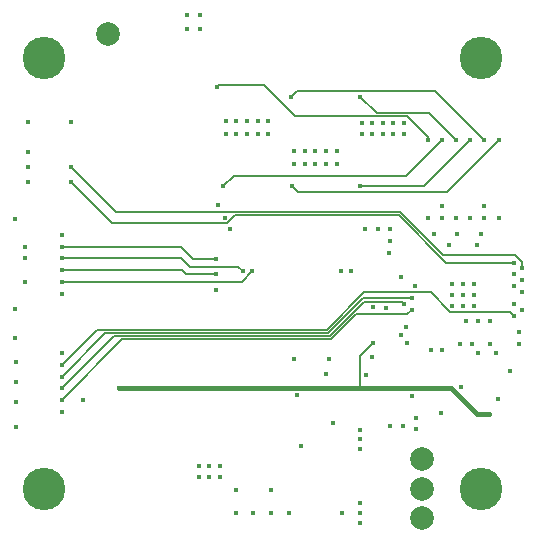
<source format=gbr>
%TF.GenerationSoftware,KiCad,Pcbnew,9.0.3*%
%TF.CreationDate,2025-07-31T21:13:17-04:00*%
%TF.ProjectId,motor-controller,6d6f746f-722d-4636-9f6e-74726f6c6c65,1*%
%TF.SameCoordinates,Original*%
%TF.FileFunction,Copper,L2,Inr*%
%TF.FilePolarity,Positive*%
%FSLAX46Y46*%
G04 Gerber Fmt 4.6, Leading zero omitted, Abs format (unit mm)*
G04 Created by KiCad (PCBNEW 9.0.3) date 2025-07-31 21:13:17*
%MOMM*%
%LPD*%
G01*
G04 APERTURE LIST*
%TA.AperFunction,ComponentPad*%
%ADD10C,3.600000*%
%TD*%
%TA.AperFunction,ViaPad*%
%ADD11C,0.450000*%
%TD*%
%TA.AperFunction,ViaPad*%
%ADD12C,2.000000*%
%TD*%
%TA.AperFunction,Conductor*%
%ADD13C,0.400000*%
%TD*%
%TA.AperFunction,Conductor*%
%ADD14C,0.200000*%
%TD*%
%TA.AperFunction,Conductor*%
%ADD15C,0.153000*%
%TD*%
%TA.AperFunction,Conductor*%
%ADD16C,0.175000*%
%TD*%
G04 APERTURE END LIST*
D10*
%TO.N,N/C*%
%TO.C,H2*%
X228500000Y-129000000D03*
%TD*%
%TO.N,N/C*%
%TO.C,H1*%
X191500000Y-129000000D03*
%TD*%
%TO.N,N/C*%
%TO.C,H3*%
X191500000Y-165500000D03*
%TD*%
%TO.N,N/C*%
%TO.C,H4*%
X228500000Y-165500000D03*
%TD*%
D11*
%TO.N,/motor_driver/MOTOR_{U}*%
X212700000Y-138000000D03*
X213600000Y-138000000D03*
X216300000Y-136900000D03*
X212700000Y-136900000D03*
X215400000Y-138000000D03*
X215400000Y-136900000D03*
X216300000Y-138000000D03*
X214500000Y-136900000D03*
X228520000Y-143900000D03*
X213600000Y-136900000D03*
X214500000Y-138000000D03*
D12*
%TO.N,GND*%
X223500000Y-165500000D03*
D11*
X227900000Y-149100000D03*
X216750000Y-167575000D03*
X222900000Y-148350000D03*
X220500000Y-150169999D03*
X189940000Y-148000000D03*
X204650000Y-164550000D03*
X227000000Y-149100000D03*
X227000000Y-150000000D03*
X231350000Y-149850000D03*
X189150000Y-154800000D03*
X227900000Y-150000000D03*
X231750000Y-153230000D03*
X189150000Y-158200000D03*
X204650000Y-163550000D03*
X220850000Y-143490000D03*
X207750000Y-165590001D03*
X224250000Y-153750000D03*
X226100000Y-148200000D03*
X229250000Y-151270000D03*
X227900000Y-148200000D03*
X205500000Y-164550000D03*
X189940000Y-146000000D03*
X212720000Y-154500000D03*
X203600000Y-126600000D03*
X206400000Y-163550000D03*
X203600000Y-125400000D03*
X229950000Y-157900000D03*
X193000001Y-149000000D03*
X205500000Y-163550000D03*
X206400000Y-164550000D03*
X190180000Y-134460000D03*
X189100000Y-152700000D03*
X216625000Y-147100000D03*
X189125000Y-160300000D03*
X223000000Y-160480000D03*
X189150000Y-156500000D03*
X215350000Y-155800001D03*
X227250000Y-151270000D03*
X215680000Y-154500000D03*
X227000000Y-148200000D03*
X219800000Y-143520000D03*
X204700000Y-125400000D03*
X221700000Y-147550000D03*
X190180000Y-138270000D03*
X193000001Y-154000000D03*
X189100000Y-142700000D03*
X206100000Y-148650000D03*
X204700000Y-126600000D03*
X222700000Y-157687500D03*
X221900000Y-160199999D03*
X189100000Y-150300000D03*
X190200000Y-137000000D03*
X228250000Y-151270000D03*
X216000000Y-159930000D03*
X226850000Y-156900000D03*
X226100000Y-150000000D03*
X231000000Y-155500000D03*
X226100000Y-149100000D03*
X219350000Y-150140001D03*
X225150000Y-159100000D03*
D12*
%TO.N,+BATT*%
X196900000Y-127000000D03*
D11*
X219350000Y-153159999D03*
X197825000Y-156950000D03*
X229200000Y-159150000D03*
%TO.N,+3V0*%
X225230000Y-153750000D03*
X220725000Y-145540001D03*
X218750000Y-155875001D03*
X218725000Y-143490001D03*
D12*
X223500000Y-163000000D03*
D11*
%TO.N,/motor_driver/MOTOR_{V}*%
X220200000Y-135500000D03*
X222000000Y-135500000D03*
X221100000Y-135500000D03*
X219300000Y-135500000D03*
X218400000Y-135500000D03*
X221100000Y-134500000D03*
X218400000Y-134500000D03*
X220200000Y-134500000D03*
X222000000Y-134500000D03*
X226520000Y-143900000D03*
X219300000Y-134500000D03*
%TO.N,/motor_driver/MOTOR_{W}*%
X210500000Y-135500000D03*
X207800000Y-135500000D03*
X224520000Y-143900000D03*
X209600000Y-134400000D03*
X206900000Y-135500000D03*
X206900000Y-134400000D03*
X207800000Y-134400000D03*
X208700000Y-135500000D03*
X210500000Y-134400000D03*
X209600000Y-135500000D03*
X208700000Y-134400000D03*
%TO.N,Net-(U1E-OC_COMP)*%
X220825000Y-144525000D03*
%TO.N,/motor_driver/NRST*%
X226750000Y-153250000D03*
X223000000Y-159520000D03*
X193820000Y-134460000D03*
X219250000Y-154375000D03*
%TO.N,/motor_driver/OSC32_N*%
X229250000Y-153250000D03*
%TO.N,/motor_driver/OSC32_P*%
X229750000Y-154000000D03*
%TO.N,/motor_driver/OSC_N*%
X227750000Y-153250000D03*
%TO.N,/motor_driver/OSC_P*%
X228250000Y-154000000D03*
%TO.N,Net-(D1B-K)*%
X228200000Y-144900000D03*
X228800000Y-141590001D03*
%TO.N,Net-(D2B-K)*%
X225800000Y-144900000D03*
X225200000Y-141590001D03*
%TO.N,+3V3*%
X189940001Y-145000000D03*
X231750000Y-152270000D03*
X217525000Y-147100000D03*
X210750000Y-165590001D03*
X190180000Y-139540000D03*
X193000001Y-159000000D03*
X212950000Y-157575000D03*
X194859999Y-158000000D03*
X218250000Y-162150000D03*
X218250000Y-161300000D03*
X218250000Y-160500000D03*
D12*
X223500000Y-168000000D03*
D11*
X193000001Y-144000000D03*
%TO.N,/motor_driver/VEL_ENC_{~{DET}}*%
X222650000Y-150350000D03*
X193000000Y-158000000D03*
%TO.N,/encoder/VEL_ENC.B*%
X222650000Y-149350000D03*
X193000000Y-156000000D03*
%TO.N,/encoder/VEL_ENC.A*%
X222000000Y-149850000D03*
X193000000Y-157000000D03*
%TO.N,/encoder/VEL_ENC.Z*%
X231350000Y-150850000D03*
X193000000Y-155000000D03*
%TO.N,/encoder/MOSI*%
X193000000Y-148000000D03*
X209150000Y-147100000D03*
%TO.N,/encoder/SCK*%
X208350000Y-147100000D03*
X193000000Y-146000000D03*
%TO.N,/encoder/MISO*%
X193000000Y-147000000D03*
X206100000Y-147350000D03*
%TO.N,/encoder/CSn*%
X206100000Y-146050000D03*
X193000000Y-145000000D03*
%TO.N,/BOOT_UART.RST*%
X220800000Y-160209999D03*
X209250000Y-167575000D03*
%TO.N,Net-(Q1-G)*%
X212445000Y-132300000D03*
X228800000Y-142609999D03*
X228800000Y-135990001D03*
%TO.N,Net-(Q2-G)*%
X230000000Y-135990001D03*
X230000000Y-142609999D03*
X212495001Y-139900000D03*
%TO.N,Net-(Q3-G)*%
X218295001Y-132300000D03*
X226400000Y-142609999D03*
X226400000Y-135990001D03*
%TO.N,/motor_driver/LED_{WARN}*%
X232000000Y-150350000D03*
%TO.N,Net-(Q4-G)*%
X227600000Y-142609999D03*
X218295001Y-139900000D03*
X227600000Y-135990001D03*
%TO.N,Net-(Q5-G)*%
X206175000Y-131450000D03*
X224000000Y-142609999D03*
X224000000Y-135990001D03*
%TO.N,Net-(Q6-G)*%
X206695001Y-139900000D03*
X225200000Y-142609999D03*
X225200000Y-135990001D03*
%TO.N,/motor_driver/LED_{FW_READY}*%
X231350000Y-148350000D03*
%TO.N,/motor_driver/LED_{ERROR}*%
X232000000Y-147850000D03*
%TO.N,/motor_driver/HALL_{1}*%
X222250000Y-153153500D03*
X206800000Y-142550000D03*
%TO.N,/motor_driver/HALL_{2}*%
X221750000Y-152525000D03*
X207300000Y-143500000D03*
%TO.N,/motor_driver/HALL_{3}*%
X206250000Y-141500000D03*
X222200000Y-151850000D03*
%TO.N,/BOOT_UART.RX*%
X210750000Y-167575000D03*
X231350000Y-147350000D03*
%TO.N,Net-(J5-Pin_8)*%
X212250000Y-167575000D03*
%TO.N,/BOOT_UART.BOOT0*%
X207750000Y-167575000D03*
X232000000Y-148850000D03*
%TO.N,/motor_driver/SWCLK*%
X213259999Y-161850000D03*
X193820000Y-138270000D03*
X232000000Y-146850000D03*
%TO.N,Net-(D7-A1)*%
X218250000Y-166750000D03*
X218250000Y-168400000D03*
X218250000Y-167575000D03*
%TO.N,/motor_driver/SWDIO*%
X193820000Y-139540000D03*
X231350000Y-146350000D03*
%TD*%
D13*
%TO.N,+BATT*%
X218250000Y-156950000D02*
X225950000Y-156950000D01*
X225950000Y-156950000D02*
X228150000Y-159150000D01*
X228150000Y-159150000D02*
X229200000Y-159150000D01*
D14*
X219350000Y-153159999D02*
X218246000Y-154263999D01*
D13*
X218250000Y-156950000D02*
X197825000Y-156950000D01*
D14*
X218246000Y-156946000D02*
X218250000Y-156950000D01*
X218246000Y-154263999D02*
X218246000Y-156946000D01*
D15*
%TO.N,/motor_driver/VEL_ENC_{~{DET}}*%
X222275000Y-150725000D02*
X222650000Y-150350000D01*
X198135000Y-152865000D02*
X215830980Y-152865000D01*
X215830980Y-152865000D02*
X217970980Y-150725000D01*
X193000000Y-158000000D02*
X198135000Y-152865000D01*
X217970980Y-150725000D02*
X222275000Y-150725000D01*
%TO.N,/encoder/VEL_ENC.B*%
X193000000Y-156000000D02*
X196695000Y-152305000D01*
X196695000Y-152305000D02*
X215595000Y-152305000D01*
X218530500Y-149369500D02*
X222630500Y-149369500D01*
X215595000Y-152305000D02*
X218530500Y-149369500D01*
X222630500Y-149369500D02*
X222650000Y-149350000D01*
%TO.N,/encoder/VEL_ENC.A*%
X193000000Y-157000000D02*
X197415000Y-152585000D01*
X197415000Y-152585000D02*
X215715000Y-152585000D01*
X221809501Y-149659501D02*
X222000000Y-149850000D01*
X215715000Y-152585000D02*
X218640499Y-149659501D01*
X218640499Y-149659501D02*
X221809501Y-149659501D01*
%TO.N,/encoder/VEL_ENC.Z*%
X225920470Y-150500000D02*
X231000000Y-150500000D01*
X215475000Y-152025000D02*
X218630500Y-148869500D01*
X195975000Y-152025000D02*
X215475000Y-152025000D01*
X218630500Y-148869500D02*
X224289970Y-148869500D01*
X193000000Y-155000000D02*
X195975000Y-152025000D01*
X231000000Y-150500000D02*
X231350000Y-150850000D01*
X224289970Y-148869500D02*
X225920470Y-150500000D01*
%TO.N,/encoder/MOSI*%
X193000000Y-148000000D02*
X208250000Y-148000000D01*
X208250000Y-148000000D02*
X209150000Y-147100000D01*
%TO.N,/encoder/SCK*%
X207950000Y-146700000D02*
X208350000Y-147100000D01*
X203150000Y-146000000D02*
X203850000Y-146700000D01*
X203850000Y-146700000D02*
X207950000Y-146700000D01*
X193000000Y-146000000D02*
X203150000Y-146000000D01*
%TO.N,/encoder/MISO*%
X206100000Y-147350000D02*
X203550000Y-147350000D01*
X203550000Y-147350000D02*
X203200000Y-147000000D01*
X203200000Y-147000000D02*
X193000000Y-147000000D01*
%TO.N,/encoder/CSn*%
X203100000Y-145000000D02*
X193000000Y-145000000D01*
X204150000Y-146050000D02*
X203100000Y-145000000D01*
X206100000Y-146050000D02*
X204150000Y-146050000D01*
D16*
%TO.N,Net-(Q1-G)*%
X212936500Y-131808500D02*
X224618499Y-131808500D01*
X212445000Y-132300000D02*
X212936500Y-131808500D01*
X224618499Y-131808500D02*
X228800000Y-135990001D01*
%TO.N,Net-(Q2-G)*%
X212986501Y-140391500D02*
X225598501Y-140391500D01*
X225598501Y-140391500D02*
X230000000Y-135990001D01*
X212495001Y-139900000D02*
X212986501Y-140391500D01*
%TO.N,Net-(Q3-G)*%
X221625000Y-133673001D02*
X219673001Y-133673001D01*
X224083000Y-133673001D02*
X222380091Y-133673001D01*
X222380091Y-133673001D02*
X222380090Y-133673000D01*
X219673001Y-133673001D02*
X218300000Y-132300000D01*
X226400000Y-135990001D02*
X224083000Y-133673001D01*
X218300000Y-132300000D02*
X218295001Y-132300000D01*
X222380090Y-133673000D02*
X221625000Y-133673001D01*
%TO.N,Net-(Q4-G)*%
X223690001Y-139900000D02*
X227600000Y-135990001D01*
X218295001Y-139900000D02*
X223690001Y-139900000D01*
%TO.N,Net-(Q5-G)*%
X206275000Y-131350000D02*
X210125000Y-131350000D01*
X222254998Y-133975000D02*
X224000000Y-135720002D01*
X206175000Y-131450000D02*
X206275000Y-131350000D01*
X210125000Y-131350000D02*
X212750000Y-133975000D01*
X212750000Y-133975000D02*
X222254998Y-133975000D01*
X224000000Y-135720002D02*
X224000000Y-135990001D01*
%TO.N,Net-(Q6-G)*%
X206695001Y-139900000D02*
X207582371Y-139012630D01*
X222177371Y-139012630D02*
X225200000Y-135990001D01*
X207582371Y-139012630D02*
X222177371Y-139012630D01*
D15*
%TO.N,/motor_driver/SWCLK*%
X225302010Y-145702010D02*
X231381540Y-145702010D01*
X193820000Y-138270000D02*
X197600000Y-142050000D01*
X231381540Y-145702010D02*
X232000000Y-146320470D01*
X232000000Y-146320470D02*
X232000000Y-146850000D01*
X197600000Y-142050000D02*
X221650000Y-142050000D01*
X221650000Y-142050000D02*
X225302010Y-145702010D01*
%TO.N,/motor_driver/SWDIO*%
X193820000Y-139540000D02*
X197310500Y-143030500D01*
X206999030Y-143030500D02*
X207699530Y-142330000D01*
X207699530Y-142330000D02*
X221534020Y-142330000D01*
X225554020Y-146350000D02*
X231350000Y-146350000D01*
X221534020Y-142330000D02*
X225554020Y-146350000D01*
X197310500Y-143030500D02*
X206999030Y-143030500D01*
%TD*%
M02*

</source>
